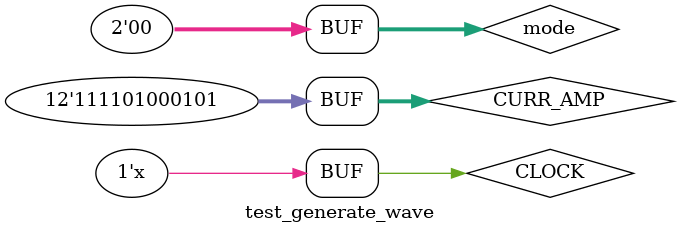
<source format=v>
`timescale 1ns / 1ps


module test_generate_wave(

    );
    
        reg CLOCK;
        reg [1:0] mode;
        reg [11:0] CURR_AMP;
        wire [11:0] new_DATA_A;
        
        generate_wave dut(CLOCK, mode, CURR_AMP, new_DATA_A);
        
        initial begin
          CLOCK = 0;
          mode = 0;
          CURR_AMP = 12'hf45;
          
          mode = 2'b01; #100;
          mode = 2'b10; #200;
          mode = 2'b00; #300;
        end
        
        always begin
          #25000000 CLOCK = ~CLOCK;
        end
            
    endmodule
</source>
